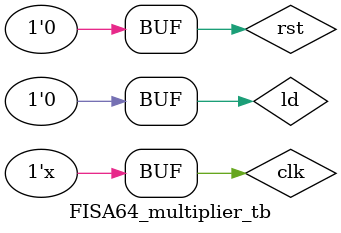
<source format=v>
module FISA64_multiplier(rst, clk, ld, sgn, isMuli, a, b, imm, o, done);
parameter WID=64;
parameter SGNADJO=3'd2;
parameter MULT=3'd3;
parameter IDLE=3'd4;
parameter DONE=3'd5;
input clk;
input rst;
input ld;
input sgn;
input isMuli;
input [WID-1:0] a;
input [WID-1:0] b;
input [WID-1:0] imm;
output [WID*2-1:0] o;
reg [WID*2-1:0] o;
output done;

reg [WID-1:0] aa,bb;
reg so;
reg [2:0] state;
reg [7:0] cnt;
wire cnt_done = cnt==8'd0;
assign done = state==DONE;
reg ce1;
reg [WID*2-1:0] prod;
//wire [64:0] p1 = aa[0] ? prod[127:64] + b : prod[127:64];
//wire [65:0] p2 = aa[1] ? p1 + {b,1'b0} : p1;
wire [WID+WID/4-1:0] p1 = bb * aa[WID/4-1:0] + prod[WID*2-1:WID];

always @(posedge clk)
if (rst) begin
	aa <= {WID{1'b0}};
	bb <= {WID{1'b0}};
	prod <= {WID*2{1'b0}};
	o <= {WID*2{1'b0}};
	state <= IDLE;
end
else
begin
if (!cnt_done)
	cnt <= cnt - 8'd1;

case(state)
IDLE:
	if (ld) begin
		if (sgn) begin
			aa <= a[WID-1] ? -a : a;
			bb <= isMuli ? (imm[WID-1] ? -imm : imm) :(b[WID-1] ? -b : b);
			so <= isMuli ? a[WID-1] ^ imm[WID-1] : a[WID-1] ^ b[WID-1];
		end
		else begin
			aa <= a;
			bb <= isMuli ? imm : b;
			so <= 1'b0;
		end
		prod <= {WID*2{1'b0}};
		cnt <= 8'd4;
		state <= MULT;
	end
MULT:
	if (!cnt_done) begin
		aa <= {16'b0,aa[WID-1:WID/4]};
		prod <= {16'b0,prod[WID*2-1:WID/4]};
		prod[WID*2-1:WID*3/4] <= p1;
	end
	else begin
		if (sgn) begin
			if (so)
				o <= -prod;
			else
				o <= prod;
		end
		else
			o <= prod;
		state <= DONE;
	end
DONE:
	state <= IDLE;
endcase
end

endmodule

module FISA64_multiplier_tb();

reg rst;
reg clk;
reg ld;
wire [127:0] o;

initial begin
	clk = 1;
	rst = 0;
	#100 rst = 1;
	#100 rst = 0;
	#100 ld = 1;
	#150 ld = 0;
end

always #10 clk = ~clk;	//  50 MHz


FISA64_multiplier u1
(
	.rst(rst),
	.clk(clk),
	.ld(ld),
	.sgn(1'b0),
	.isMuli(1'b1),
	.a(64'd56),
	.b(64'd0),
	.imm(64'd27),
	.o(o)
);

endmodule


</source>
